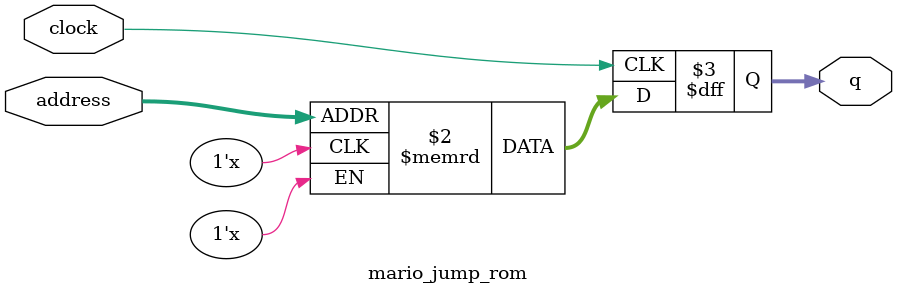
<source format=sv>
module mario_jump_rom (
	input logic clock,
	input logic [7:0] address,
	output logic [3:0] q
);

logic [3:0] memory [0:255] /* synthesis ram_init_file = "./mario_jump/mario_jump.mif" */;

always_ff @ (posedge clock) begin
	q <= memory[address];
end

endmodule

</source>
